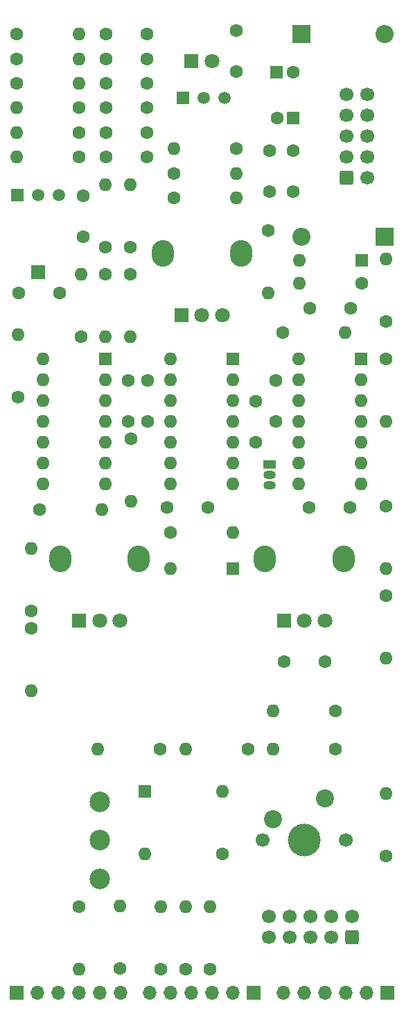
<source format=gts>
%TF.GenerationSoftware,KiCad,Pcbnew,8.0.5*%
%TF.CreationDate,2024-12-04T18:37:58+01:00*%
%TF.ProjectId,DMH_S_H_Noise_PCB,444d485f-535f-4485-9f4e-6f6973655f50,1*%
%TF.SameCoordinates,Original*%
%TF.FileFunction,Soldermask,Top*%
%TF.FilePolarity,Negative*%
%FSLAX46Y46*%
G04 Gerber Fmt 4.6, Leading zero omitted, Abs format (unit mm)*
G04 Created by KiCad (PCBNEW 8.0.5) date 2024-12-04 18:37:58*
%MOMM*%
%LPD*%
G01*
G04 APERTURE LIST*
G04 Aperture macros list*
%AMRoundRect*
0 Rectangle with rounded corners*
0 $1 Rounding radius*
0 $2 $3 $4 $5 $6 $7 $8 $9 X,Y pos of 4 corners*
0 Add a 4 corners polygon primitive as box body*
4,1,4,$2,$3,$4,$5,$6,$7,$8,$9,$2,$3,0*
0 Add four circle primitives for the rounded corners*
1,1,$1+$1,$2,$3*
1,1,$1+$1,$4,$5*
1,1,$1+$1,$6,$7*
1,1,$1+$1,$8,$9*
0 Add four rect primitives between the rounded corners*
20,1,$1+$1,$2,$3,$4,$5,0*
20,1,$1+$1,$4,$5,$6,$7,0*
20,1,$1+$1,$6,$7,$8,$9,0*
20,1,$1+$1,$8,$9,$2,$3,0*%
G04 Aperture macros list end*
%ADD10R,1.800000X1.800000*%
%ADD11C,1.800000*%
%ADD12O,2.720000X3.240000*%
%ADD13C,1.700000*%
%ADD14C,4.000000*%
%ADD15C,2.200000*%
%ADD16C,2.500000*%
%ADD17R,1.700000X1.700000*%
%ADD18R,1.600000X1.600000*%
%ADD19C,1.600000*%
%ADD20O,1.600000X1.600000*%
%ADD21R,2.200000X2.200000*%
%ADD22O,2.200000X2.200000*%
%ADD23O,1.700000X1.700000*%
%ADD24RoundRect,0.250000X0.600000X-0.600000X0.600000X0.600000X-0.600000X0.600000X-0.600000X-0.600000X0*%
%ADD25R,1.500000X1.500000*%
%ADD26C,1.500000*%
%ADD27R,1.500000X1.050000*%
%ADD28O,1.500000X1.050000*%
%ADD29RoundRect,0.250000X-0.600000X-0.600000X0.600000X-0.600000X0.600000X0.600000X-0.600000X0.600000X0*%
G04 APERTURE END LIST*
D10*
%TO.C,D3*%
X73725000Y-47500000D03*
D11*
X76265000Y-47500000D03*
%TD*%
D12*
%TO.C,RV1*%
X70200000Y-70975000D03*
X79800000Y-70975000D03*
D10*
X72500000Y-78475000D03*
D11*
X75000000Y-78475000D03*
X77500000Y-78475000D03*
%TD*%
D12*
%TO.C,RV2*%
X57700000Y-108225000D03*
X67300000Y-108225000D03*
D10*
X60000000Y-115725000D03*
D11*
X62500000Y-115725000D03*
X65000000Y-115725000D03*
%TD*%
D12*
%TO.C,RV3*%
X82700000Y-108225000D03*
X92300000Y-108225000D03*
D10*
X85000000Y-115725000D03*
D11*
X87500000Y-115725000D03*
X90000000Y-115725000D03*
%TD*%
D13*
%TO.C,SW1*%
X82420000Y-142500000D03*
D14*
X87500000Y-142500000D03*
D13*
X92580000Y-142500000D03*
D15*
X90040000Y-137420000D03*
X83690000Y-139960000D03*
%TD*%
D16*
%TO.C,SW2*%
X62500000Y-147200000D03*
X62500000Y-142500000D03*
X62500000Y-137800000D03*
%TD*%
D17*
%TO.C,J0*%
X55000000Y-73200000D03*
%TD*%
D18*
%TO.C,C1*%
X84144888Y-48875000D03*
D19*
X86144888Y-48875000D03*
%TD*%
D18*
%TO.C,U1*%
X94400000Y-83775000D03*
D20*
X94400000Y-86315000D03*
X94400000Y-88855000D03*
X94400000Y-91395000D03*
X94400000Y-93935000D03*
X94400000Y-96475000D03*
X94400000Y-99015000D03*
X86780000Y-99015000D03*
X86780000Y-96475000D03*
X86780000Y-93935000D03*
X86780000Y-91395000D03*
X86780000Y-88855000D03*
X86780000Y-86315000D03*
X86780000Y-83775000D03*
%TD*%
D21*
%TO.C,D1*%
X97280000Y-68900000D03*
D22*
X87120000Y-68900000D03*
%TD*%
D19*
%TO.C,R5*%
X91310000Y-126700000D03*
D20*
X83690000Y-126700000D03*
%TD*%
D18*
%TO.C,D6*%
X78810000Y-109400000D03*
D20*
X71190000Y-109400000D03*
%TD*%
D19*
%TO.C,R32*%
X52390000Y-47200000D03*
D20*
X60010000Y-47200000D03*
%TD*%
D19*
%TO.C,R26*%
X60010000Y-56200000D03*
D20*
X52390000Y-56200000D03*
%TD*%
D19*
%TO.C,C8*%
X68400000Y-86400000D03*
X68400000Y-91400000D03*
%TD*%
D17*
%TO.C,J50*%
X52350000Y-161100000D03*
D23*
X54890000Y-161100000D03*
X57430000Y-161100000D03*
X59970000Y-161100000D03*
X62510000Y-161100000D03*
X65050000Y-161100000D03*
%TD*%
D19*
%TO.C,C3*%
X79200000Y-43800000D03*
X79200000Y-48800000D03*
%TD*%
%TO.C,C16*%
X68300000Y-53200000D03*
X63300000Y-53200000D03*
%TD*%
%TO.C,C14*%
X85000000Y-120700000D03*
X90000000Y-120700000D03*
%TD*%
%TO.C,C20*%
X68300000Y-47200000D03*
X63300000Y-47200000D03*
%TD*%
%TO.C,C19*%
X68300000Y-50200000D03*
X63300000Y-50200000D03*
%TD*%
%TO.C,R37*%
X70000000Y-158210000D03*
D20*
X70000000Y-150590000D03*
%TD*%
D19*
%TO.C,R34*%
X52550000Y-88485000D03*
D20*
X52550000Y-80865000D03*
%TD*%
D19*
%TO.C,C12*%
X83300000Y-58400000D03*
X83300000Y-63400000D03*
%TD*%
%TO.C,R29*%
X55190000Y-102200000D03*
D20*
X62810000Y-102200000D03*
%TD*%
D19*
%TO.C,R19*%
X63200000Y-70210000D03*
D20*
X63200000Y-62590000D03*
%TD*%
D19*
%TO.C,R10*%
X83100000Y-68190000D03*
D20*
X83100000Y-75810000D03*
%TD*%
D19*
%TO.C,R15*%
X71190000Y-105000000D03*
D20*
X78810000Y-105000000D03*
%TD*%
D19*
%TO.C,R14*%
X71580000Y-61200000D03*
D20*
X79200000Y-61200000D03*
%TD*%
D19*
%TO.C,R22*%
X66200000Y-73490000D03*
D20*
X66200000Y-81110000D03*
%TD*%
D24*
%TO.C,J200*%
X93330000Y-154352500D03*
D13*
X90790000Y-154352500D03*
X88250000Y-154352500D03*
X85710000Y-154352500D03*
X83170000Y-154352500D03*
X93330000Y-151812500D03*
X90790000Y-151812500D03*
X88250000Y-151812500D03*
X85710000Y-151812500D03*
X83170000Y-151812500D03*
%TD*%
D18*
%TO.C,U3*%
X63200000Y-83775000D03*
D20*
X63200000Y-86315000D03*
X63200000Y-88855000D03*
X63200000Y-91395000D03*
X63200000Y-93935000D03*
X63200000Y-96475000D03*
X63200000Y-99015000D03*
X55580000Y-99015000D03*
X55580000Y-96475000D03*
X55580000Y-93935000D03*
X55580000Y-91395000D03*
X55580000Y-88855000D03*
X55580000Y-86315000D03*
X55580000Y-83775000D03*
%TD*%
D19*
%TO.C,C15*%
X60500000Y-63900000D03*
X60500000Y-68900000D03*
%TD*%
%TO.C,C17*%
X68300000Y-56200000D03*
X63300000Y-56200000D03*
%TD*%
%TO.C,C18*%
X68300000Y-59200000D03*
X63300000Y-59200000D03*
%TD*%
%TO.C,R4*%
X60000000Y-150580000D03*
D20*
X60000000Y-158200000D03*
%TD*%
D19*
%TO.C,R17*%
X77500000Y-144210000D03*
D20*
X77500000Y-136590000D03*
%TD*%
D25*
%TO.C,Q3*%
X52460000Y-63840000D03*
D26*
X55000000Y-63840000D03*
X57540000Y-63840000D03*
%TD*%
D19*
%TO.C,R25*%
X60010000Y-53200000D03*
D20*
X52390000Y-53200000D03*
%TD*%
D19*
%TO.C,R28*%
X66300000Y-93590000D03*
D20*
X66300000Y-101210000D03*
%TD*%
D19*
%TO.C,R1*%
X84890000Y-80600000D03*
D20*
X92510000Y-80600000D03*
%TD*%
D19*
%TO.C,R16*%
X97500000Y-144410000D03*
D20*
X97500000Y-136790000D03*
%TD*%
D19*
%TO.C,C10*%
X52600000Y-75800000D03*
X57600000Y-75800000D03*
%TD*%
%TO.C,R33*%
X52390000Y-44200000D03*
D20*
X60010000Y-44200000D03*
%TD*%
D19*
%TO.C,R11*%
X94510000Y-74600000D03*
D20*
X86890000Y-74600000D03*
%TD*%
D19*
%TO.C,R7*%
X69910000Y-131400000D03*
D20*
X62290000Y-131400000D03*
%TD*%
D19*
%TO.C,R13*%
X97500000Y-101790000D03*
D20*
X97500000Y-109410000D03*
%TD*%
D19*
%TO.C,C13*%
X75700000Y-101900000D03*
X70700000Y-101900000D03*
%TD*%
D18*
%TO.C,C2*%
X86155114Y-54475000D03*
D19*
X84155114Y-54475000D03*
%TD*%
%TO.C,C21*%
X68300000Y-44200000D03*
X63300000Y-44200000D03*
%TD*%
%TO.C,R23*%
X73000000Y-158210000D03*
D20*
X73000000Y-150590000D03*
%TD*%
D25*
%TO.C,Q1*%
X72660000Y-52000000D03*
D26*
X75200000Y-52000000D03*
X77740000Y-52000000D03*
%TD*%
D19*
%TO.C,R21*%
X60200000Y-81110000D03*
D20*
X60200000Y-73490000D03*
%TD*%
D19*
%TO.C,C7*%
X81600000Y-88975000D03*
X81600000Y-93975000D03*
%TD*%
D27*
%TO.C,Q2*%
X83250000Y-96700000D03*
D28*
X83250000Y-97970000D03*
X83250000Y-99240000D03*
%TD*%
D19*
%TO.C,R31*%
X52390000Y-50200000D03*
D20*
X60010000Y-50200000D03*
%TD*%
D19*
%TO.C,R2*%
X97500000Y-79235000D03*
D20*
X97500000Y-71615000D03*
%TD*%
D19*
%TO.C,R3*%
X97500000Y-83800000D03*
D20*
X97500000Y-91420000D03*
%TD*%
D18*
%TO.C,D5*%
X94510000Y-71800000D03*
D20*
X86890000Y-71800000D03*
%TD*%
D21*
%TO.C,D2*%
X87120000Y-44200000D03*
D22*
X97280000Y-44200000D03*
%TD*%
D19*
%TO.C,R36*%
X54100000Y-114510000D03*
D20*
X54100000Y-106890000D03*
%TD*%
D19*
%TO.C,R38*%
X79210000Y-58200000D03*
D20*
X71590000Y-58200000D03*
%TD*%
D19*
%TO.C,R8*%
X80610000Y-131400000D03*
D20*
X72990000Y-131400000D03*
%TD*%
D19*
%TO.C,R9*%
X71590000Y-64200000D03*
D20*
X79210000Y-64200000D03*
%TD*%
D19*
%TO.C,R35*%
X54100000Y-116690000D03*
D20*
X54100000Y-124310000D03*
%TD*%
D17*
%TO.C,J60*%
X81350000Y-161100000D03*
D23*
X78810000Y-161100000D03*
X76270000Y-161100000D03*
X73730000Y-161100000D03*
X71190000Y-161100000D03*
X68650000Y-161100000D03*
%TD*%
D29*
%TO.C,J100*%
X92647500Y-61680000D03*
D13*
X95187500Y-61680000D03*
X92647500Y-59140000D03*
X95187500Y-59140000D03*
X92647500Y-56600000D03*
X95187500Y-56600000D03*
X92647500Y-54060000D03*
X95187500Y-54060000D03*
X92647500Y-51520000D03*
X95187500Y-51520000D03*
%TD*%
D19*
%TO.C,R27*%
X60010000Y-59200000D03*
D20*
X52390000Y-59200000D03*
%TD*%
D18*
%TO.C,U2*%
X78800000Y-83775000D03*
D20*
X78800000Y-86315000D03*
X78800000Y-88855000D03*
X78800000Y-91395000D03*
X78800000Y-93935000D03*
X78800000Y-96475000D03*
X78800000Y-99015000D03*
X71180000Y-99015000D03*
X71180000Y-96475000D03*
X71180000Y-93935000D03*
X71180000Y-91395000D03*
X71180000Y-88855000D03*
X71180000Y-86315000D03*
X71180000Y-83775000D03*
%TD*%
D19*
%TO.C,C6*%
X84000000Y-86400000D03*
X84000000Y-91400000D03*
%TD*%
%TO.C,R18*%
X65000000Y-158185000D03*
D20*
X65000000Y-150565000D03*
%TD*%
D18*
%TO.C,D4*%
X68000000Y-136590000D03*
D20*
X68000000Y-144210000D03*
%TD*%
D19*
%TO.C,R6*%
X91310000Y-131400000D03*
D20*
X83690000Y-131400000D03*
%TD*%
D19*
%TO.C,R12*%
X97500000Y-112700000D03*
D20*
X97500000Y-120320000D03*
%TD*%
D19*
%TO.C,C11*%
X88200000Y-77600000D03*
X93200000Y-77600000D03*
%TD*%
%TO.C,C4*%
X86100000Y-58400000D03*
X86100000Y-63400000D03*
%TD*%
%TO.C,C9*%
X66000000Y-91400000D03*
X66000000Y-86400000D03*
%TD*%
%TO.C,R20*%
X66200000Y-70210000D03*
D20*
X66200000Y-62590000D03*
%TD*%
D19*
%TO.C,R30*%
X76000000Y-158210000D03*
D20*
X76000000Y-150590000D03*
%TD*%
D19*
%TO.C,R24*%
X63200000Y-73490000D03*
D20*
X63200000Y-81110000D03*
%TD*%
D17*
%TO.C,J70*%
X97650000Y-161100000D03*
D23*
X95110000Y-161100000D03*
X92570000Y-161100000D03*
X90030000Y-161100000D03*
X87490000Y-161100000D03*
X84950000Y-161100000D03*
%TD*%
D19*
%TO.C,C5*%
X93100000Y-101900000D03*
X88100000Y-101900000D03*
%TD*%
M02*

</source>
